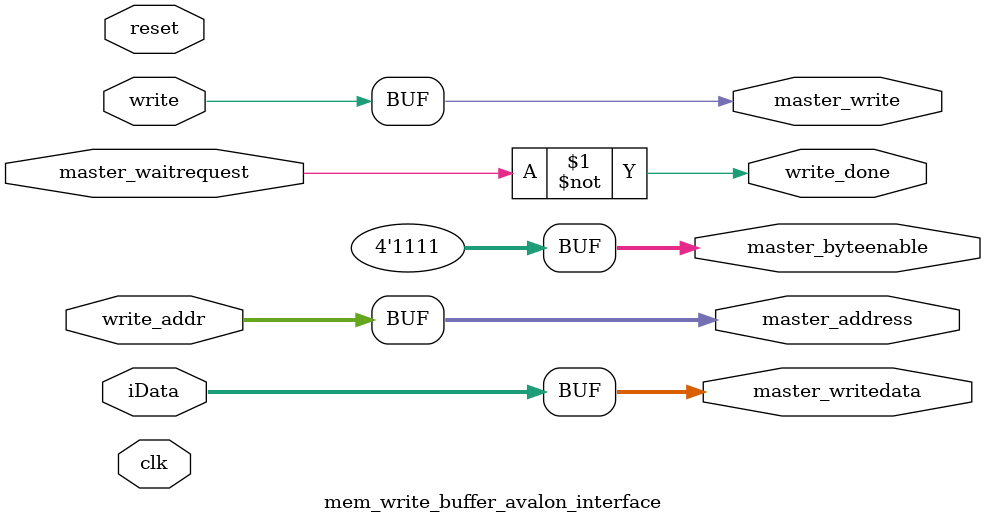
<source format=v>

module mem_write_buffer_avalon_interface (
	input					clk,
	input					reset,
	
	// Control inputs and outputs
	input		[19:0]	write_addr,
	input		[31:0]	iData,
	input					write,
	output				write_done,
	
	// Avalon-MM master signals
	output	[19:0]	master_address,
	output				master_write,
	output	[3:0] 	master_byteenable,
	output	[31:0] 	master_writedata,
	input					master_waitrequest
);
	parameter DATAWIDTH = 32;
	parameter BYTEENABLEWIDTH = 4;
	parameter ADDRESSWIDTH = 30;		// 1GB
//	parameter FIFODEPTH = 32;
//	parameter FIFODEPTH_LOG2 = 5;
//	parameter FIFOUSEMEMORY = 1;  // set to 0 to use LEs instead
	
	// controlled signals going to the master/control ports
	assign	master_address = write_addr;
	assign	master_byteenable = 4'b1111;
	assign	master_write = write;
	assign	master_writedata = iData;
	assign	write_done = (master_waitrequest == 0);
	
endmodule


</source>
